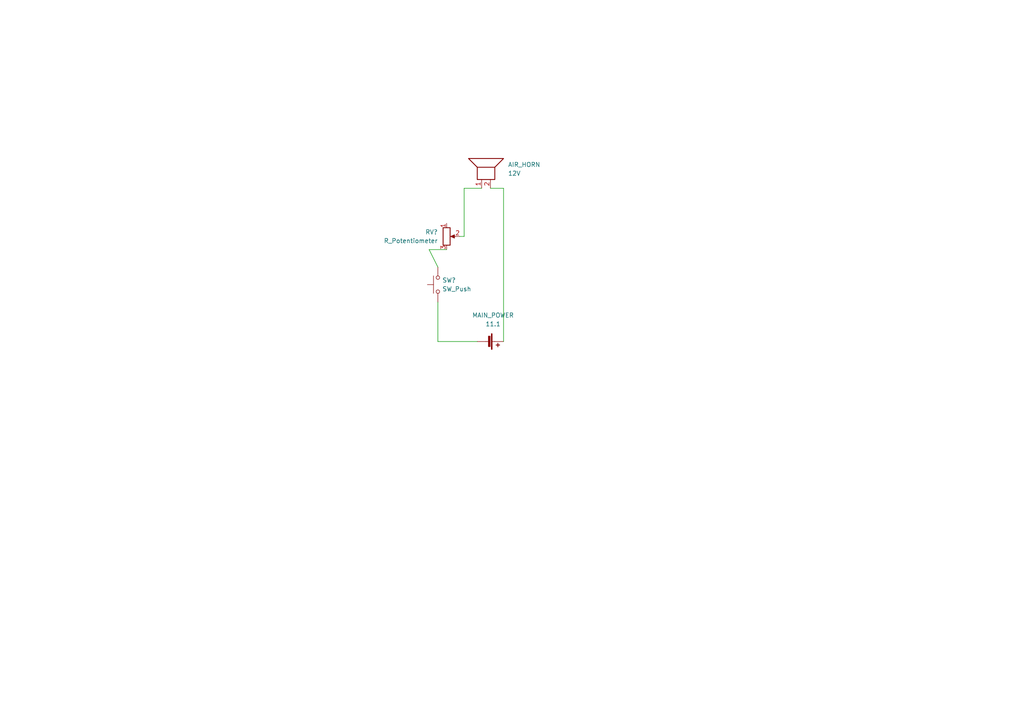
<source format=kicad_sch>
(kicad_sch (version 20211123) (generator eeschema)
  (paper "A4")
  (lib_symbols
    (symbol "Device:Battery_Cell" (pin_numbers hide) (pin_names (offset 0) hide)
      (property "Reference" "BT" (at 2.54 2.54 0))
      (property "Value" "Battery_Cell" (at 2.54 0 0))
      (symbol "Battery_Cell_0_1"
        (rectangle (start -2.286 1.778) (end 2.286 1.524) (fill (type outline)))
        (rectangle (start -1.5748 1.1938) (end 1.4732 0.6858) (fill (type outline)))
        (polyline (pts (xy 0 0.762) (xy 0 0)))
        (polyline (pts (xy 0 1.778) (xy 0 2.54)))
        (polyline (pts (xy 0.508 3.429) (xy 1.524 3.429)) (stroke (width 0.254)))
        (polyline (pts (xy 1.016 3.937) (xy 1.016 2.921)) (stroke (width 0.254)))
      )
      (symbol "Battery_Cell_1_1"
        (pin passive line (at 0 5.08 270) (length 2.54) (name "+") (number "1"))
        (pin passive line (at 0 -2.54 90) (length 2.54) (name "-") (number "2"))
      )
    )
    (symbol "Device:R_Potentiometer" (pin_names (offset 1.016) hide)
      (property "Reference" "RV" (at -4.445 0 90))
      (property "Value" "R_Potentiometer" (at -2.54 0 90))
      (symbol "R_Potentiometer_0_1"
        (polyline (pts (xy 2.54 0) (xy 1.524 0)))
        (polyline (pts (xy 1.143 0) (xy 2.286 0.508) (xy 2.286 -0.508) (xy 1.143 0)) (fill (type outline)))
        (rectangle (start 1.016 2.54) (end -1.016 -2.54) (stroke (width 0.254)))
      )
      (symbol "R_Potentiometer_1_1"
        (pin passive line (at 0 3.81 270) (length 1.27) (name "1") (number "1"))
        (pin passive line (at 3.81 0 180) (length 1.27) (name "2") (number "2"))
        (pin passive line (at 0 -3.81 90) (length 1.27) (name "3") (number "3"))
      )
    )
    (symbol "Device:Speaker" (pin_names (offset 0) hide)
      (property "Reference" "LS" (at 1.27 5.715 0))
      (property "Value" "Speaker" (at 1.27 3.81 0))
      (symbol "Speaker_0_0"
        (rectangle (start -2.54 1.27) (end 1.016 -3.81) (stroke (width 0.254)))
        (polyline (pts (xy 1.016 1.27) (xy 3.556 3.81) (xy 3.556 -6.35) (xy 1.016 -3.81)) (stroke (width 0.254)))
      )
      (symbol "Speaker_1_1"
        (pin input line (at -5.08 0 0) (length 2.54) (name "1") (number "1"))
        (pin input line (at -5.08 -2.54 0) (length 2.54) (name "2") (number "2"))
      )
    )
    (symbol "Switch:SW_Push" (pin_numbers hide) (pin_names (offset 1.016) hide)
      (property "Reference" "SW" (at 1.27 2.54 0))
      (property "Value" "SW_Push" (at 0 -1.524 0))
      (symbol "SW_Push_0_1"
        (circle (center -2.032 0) (radius 0.508))
        (polyline (pts (xy 0 1.27) (xy 0 3.048)))
        (polyline (pts (xy 2.54 1.27) (xy -2.54 1.27)))
        (circle (center 2.032 0) (radius 0.508))
        (pin passive line (at -5.08 0 0) (length 2.54) (name "1") (number "1"))
        (pin passive line (at 5.08 0 180) (length 2.54) (name "2") (number "2"))
      )
    )
  )
  (wire (pts (xy 124.46 72.39) (xy 129.54 72.39)))
  (wire (pts (xy 134.62 54.61) (xy 134.62 68.58)))
  (wire (pts (xy 127 99.06) (xy 138.43 99.06)))
  (wire (pts (xy 134.62 54.61) (xy 139.7 54.61)))
  (wire (pts (xy 134.62 68.58) (xy 133.35 68.58)))
  (wire (pts (xy 146.05 54.61) (xy 146.05 99.06)))
  (wire (pts (xy 127 77.47) (xy 124.46 72.39)))
  (wire (pts (xy 142.24 54.61) (xy 146.05 54.61)))
  (wire (pts (xy 127 99.06) (xy 127 87.63)))
  (symbol (lib_id "Device:Speaker") (at 139.7 49.53 90) (unit 1)
    (property "Reference" "AIR_HORN" (at 147.32 47.7519 90) (effects (justify right)))
    (property "Value" "12V" (at 147.32 50.2919 90) (effects (justify right)))
  )
  (symbol (lib_id "Device:Battery_Cell") (at 140.97 99.06 270) (unit 1)
    (property "Reference" "MAIN_POWER" (at 143.002 91.44 90))
    (property "Value" "11.1" (at 143.002 93.98 90))
  )
  (symbol (lib_id "Switch:SW_Push") (at 127 82.55 90) (unit 1)
    (property "Reference" "SW?" (at 128.27 81.2799 90) (effects (justify right)))
    (property "Value" "SW_Push" (at 128.27 83.8199 90) (effects (justify right)))
  )
  (symbol (lib_id "Device:R_Potentiometer") (at 129.54 68.58 0) (unit 1)
    (property "Reference" "RV?" (at 127 67.3099 0) (effects (justify right)))
    (property "Value" "R_Potentiometer" (at 127 69.8499 0) (effects (justify right)))
  )
)
</source>
